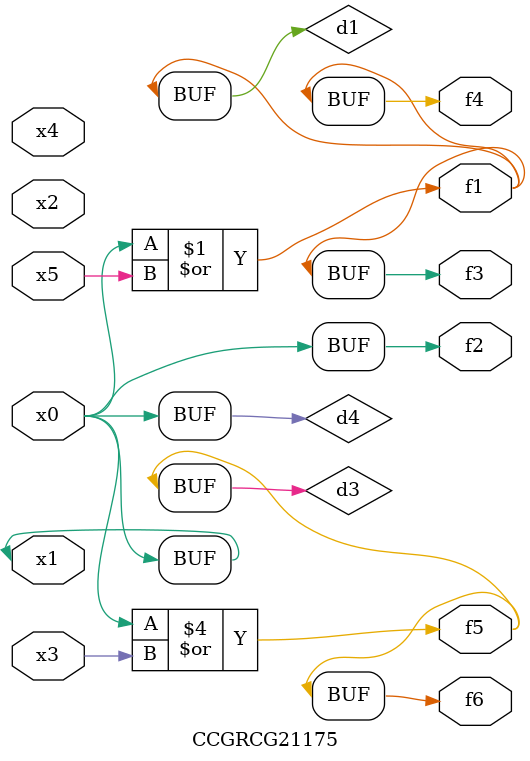
<source format=v>
module CCGRCG21175(
	input x0, x1, x2, x3, x4, x5,
	output f1, f2, f3, f4, f5, f6
);

	wire d1, d2, d3, d4;

	or (d1, x0, x5);
	xnor (d2, x1, x4);
	or (d3, x0, x3);
	buf (d4, x0, x1);
	assign f1 = d1;
	assign f2 = d4;
	assign f3 = d1;
	assign f4 = d1;
	assign f5 = d3;
	assign f6 = d3;
endmodule

</source>
